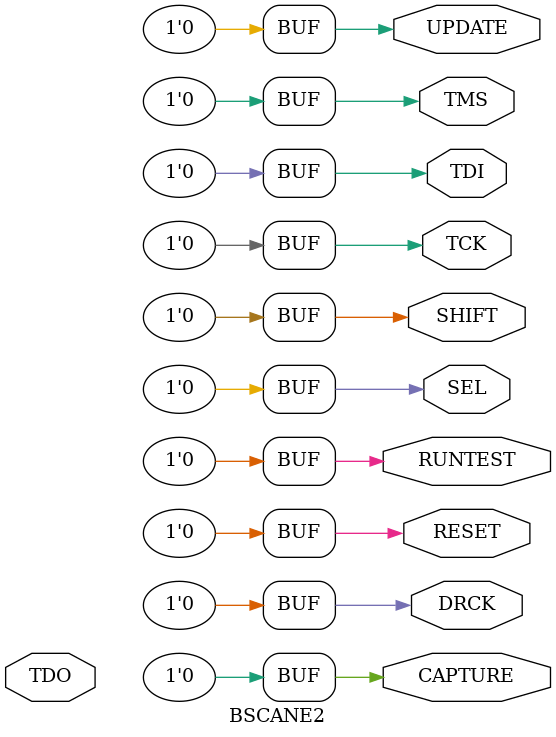
<source format=v>

module BSCANE2 (
  output CAPTURE,
  output DRCK,
  output RESET,
  output RUNTEST,
  output SEL,
  output SHIFT,
  output TCK,
  output TDI,
  output TMS,
  output UPDATE,

  input TDO
);

  parameter DISABLE_JTAG = "FALSE";
  parameter integer JTAG_CHAIN = 1;

  supply0 CAPTURE;
  supply0 DRCK;
  supply0 RESET;
  supply0 RUNTEST;
  supply0 SEL;
  supply0 SHIFT;
  supply0 TCK;
  supply0 TDI;
  supply0 TMS;
  supply0 UPDATE;

endmodule

</source>
